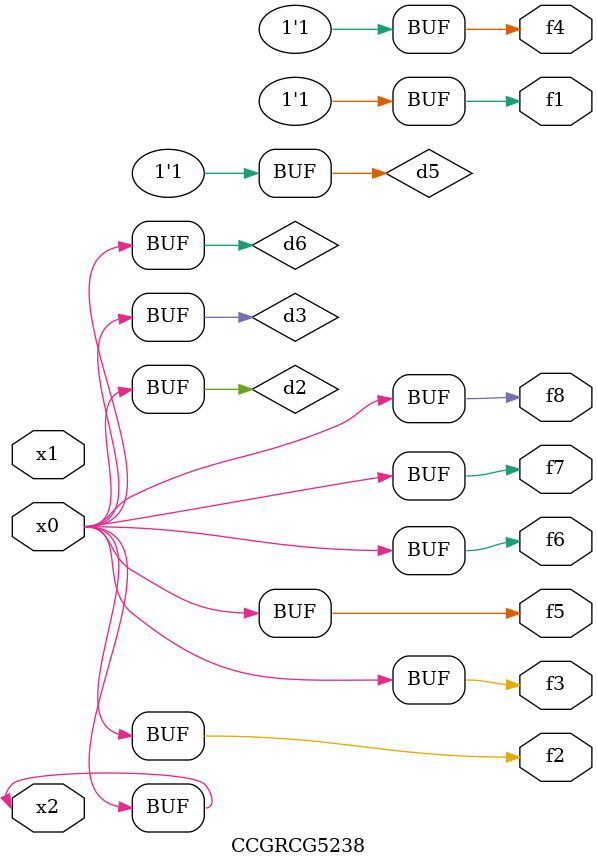
<source format=v>
module CCGRCG5238(
	input x0, x1, x2,
	output f1, f2, f3, f4, f5, f6, f7, f8
);

	wire d1, d2, d3, d4, d5, d6;

	xnor (d1, x2);
	buf (d2, x0, x2);
	and (d3, x0);
	xnor (d4, x1, x2);
	nand (d5, d1, d3);
	buf (d6, d2, d3);
	assign f1 = d5;
	assign f2 = d6;
	assign f3 = d6;
	assign f4 = d5;
	assign f5 = d6;
	assign f6 = d6;
	assign f7 = d6;
	assign f8 = d6;
endmodule

</source>
